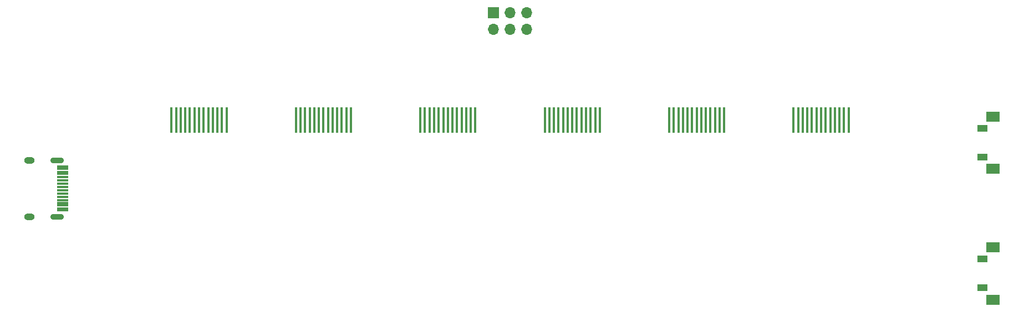
<source format=gbr>
G04 #@! TF.GenerationSoftware,KiCad,Pcbnew,5.1.7-a382d34a8~88~ubuntu20.04.1*
G04 #@! TF.CreationDate,2021-06-06T15:47:04-07:00*
G04 #@! TF.ProjectId,keypad-base,6b657970-6164-42d6-9261-73652e6b6963,Jun2021*
G04 #@! TF.SameCoordinates,Original*
G04 #@! TF.FileFunction,Paste,Bot*
G04 #@! TF.FilePolarity,Positive*
%FSLAX46Y46*%
G04 Gerber Fmt 4.6, Leading zero omitted, Abs format (unit mm)*
G04 Created by KiCad (PCBNEW 5.1.7-a382d34a8~88~ubuntu20.04.1) date 2021-06-06 15:47:04*
%MOMM*%
%LPD*%
G01*
G04 APERTURE LIST*
%ADD10R,2.000000X1.500000*%
%ADD11R,1.500000X1.000000*%
%ADD12R,1.750000X0.300000*%
%ADD13O,2.100000X0.900000*%
%ADD14O,1.600000X1.000000*%
%ADD15R,0.400000X4.000000*%
%ADD16O,1.700000X1.700000*%
%ADD17R,1.700000X1.700000*%
G04 APERTURE END LIST*
D10*
G04 #@! TO.C,SW8*
X240250000Y-91900000D03*
X240250000Y-99900000D03*
D11*
X238650000Y-98100000D03*
X238650000Y-93700000D03*
G04 #@! TD*
D10*
G04 #@! TO.C,SW1*
X240250000Y-71900000D03*
X240250000Y-79900000D03*
D11*
X238650000Y-78100000D03*
X238650000Y-73700000D03*
G04 #@! TD*
D12*
G04 #@! TO.C,J1*
X98150000Y-79550000D03*
X98150000Y-79850000D03*
X98150000Y-80650000D03*
X98150000Y-80350000D03*
X98150000Y-85150000D03*
X98150000Y-85450000D03*
X98150000Y-85950000D03*
X98150000Y-86250000D03*
X98150000Y-83150000D03*
X98150000Y-84150000D03*
X98150000Y-84650000D03*
X98150000Y-83650000D03*
X98150000Y-81150000D03*
X98150000Y-81650000D03*
X98150000Y-82150000D03*
X98150000Y-82650000D03*
D13*
X97310000Y-78580000D03*
X97310000Y-87220000D03*
D14*
X93130000Y-78580000D03*
X93130000Y-87220000D03*
G04 #@! TD*
D15*
G04 #@! TO.C,U8*
X214700000Y-72424000D03*
X216800000Y-72424000D03*
X215400000Y-72424000D03*
X218200000Y-72424000D03*
X216100000Y-72424000D03*
X217500000Y-72424000D03*
X214000000Y-72424000D03*
X213300000Y-72424000D03*
X212600000Y-72424000D03*
X211900000Y-72424000D03*
X211200000Y-72424000D03*
X210500000Y-72424000D03*
X209800000Y-72424000D03*
G04 #@! TD*
G04 #@! TO.C,U7*
X195700000Y-72424000D03*
X197800000Y-72424000D03*
X196400000Y-72424000D03*
X199200000Y-72424000D03*
X197100000Y-72424000D03*
X198500000Y-72424000D03*
X195000000Y-72424000D03*
X194300000Y-72424000D03*
X193600000Y-72424000D03*
X192900000Y-72424000D03*
X192200000Y-72424000D03*
X191500000Y-72424000D03*
X190800000Y-72424000D03*
G04 #@! TD*
G04 #@! TO.C,U6*
X176700000Y-72424000D03*
X178800000Y-72424000D03*
X177400000Y-72424000D03*
X180200000Y-72424000D03*
X178100000Y-72424000D03*
X179500000Y-72424000D03*
X176000000Y-72424000D03*
X175300000Y-72424000D03*
X174600000Y-72424000D03*
X173900000Y-72424000D03*
X173200000Y-72424000D03*
X172500000Y-72424000D03*
X171800000Y-72424000D03*
G04 #@! TD*
G04 #@! TO.C,U5*
X157700000Y-72424000D03*
X159800000Y-72424000D03*
X158400000Y-72424000D03*
X161200000Y-72424000D03*
X159100000Y-72424000D03*
X160500000Y-72424000D03*
X157000000Y-72424000D03*
X156300000Y-72424000D03*
X155600000Y-72424000D03*
X154900000Y-72424000D03*
X154200000Y-72424000D03*
X153500000Y-72424000D03*
X152800000Y-72424000D03*
G04 #@! TD*
G04 #@! TO.C,U4*
X138700000Y-72424000D03*
X140800000Y-72424000D03*
X139400000Y-72424000D03*
X142200000Y-72424000D03*
X140100000Y-72424000D03*
X141500000Y-72424000D03*
X138000000Y-72424000D03*
X137300000Y-72424000D03*
X136600000Y-72424000D03*
X135900000Y-72424000D03*
X135200000Y-72424000D03*
X134500000Y-72424000D03*
X133800000Y-72424000D03*
G04 #@! TD*
G04 #@! TO.C,U3*
X119700000Y-72424000D03*
X121800000Y-72424000D03*
X120400000Y-72424000D03*
X123200000Y-72424000D03*
X121100000Y-72424000D03*
X122500000Y-72424000D03*
X119000000Y-72424000D03*
X118300000Y-72424000D03*
X117600000Y-72424000D03*
X116900000Y-72424000D03*
X116200000Y-72424000D03*
X115500000Y-72424000D03*
X114800000Y-72424000D03*
G04 #@! TD*
D16*
G04 #@! TO.C,CON1*
X169080000Y-58540000D03*
X169080000Y-56000000D03*
X166540000Y-58540000D03*
X166540000Y-56000000D03*
X164000000Y-58540000D03*
D17*
X164000000Y-56000000D03*
G04 #@! TD*
M02*

</source>
